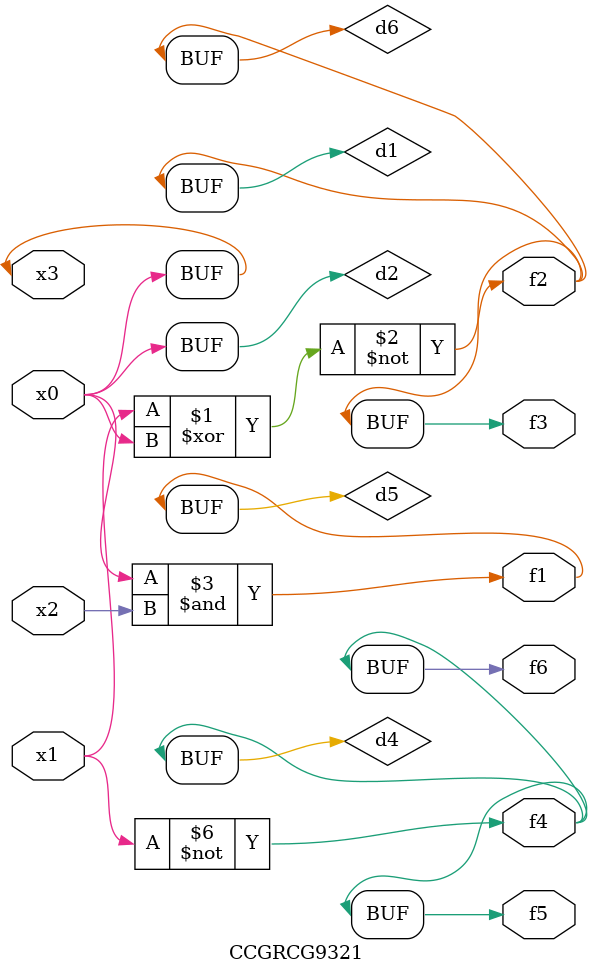
<source format=v>
module CCGRCG9321(
	input x0, x1, x2, x3,
	output f1, f2, f3, f4, f5, f6
);

	wire d1, d2, d3, d4, d5, d6;

	xnor (d1, x1, x3);
	buf (d2, x0, x3);
	nand (d3, x0, x2);
	not (d4, x1);
	nand (d5, d3);
	or (d6, d1);
	assign f1 = d5;
	assign f2 = d6;
	assign f3 = d6;
	assign f4 = d4;
	assign f5 = d4;
	assign f6 = d4;
endmodule

</source>
